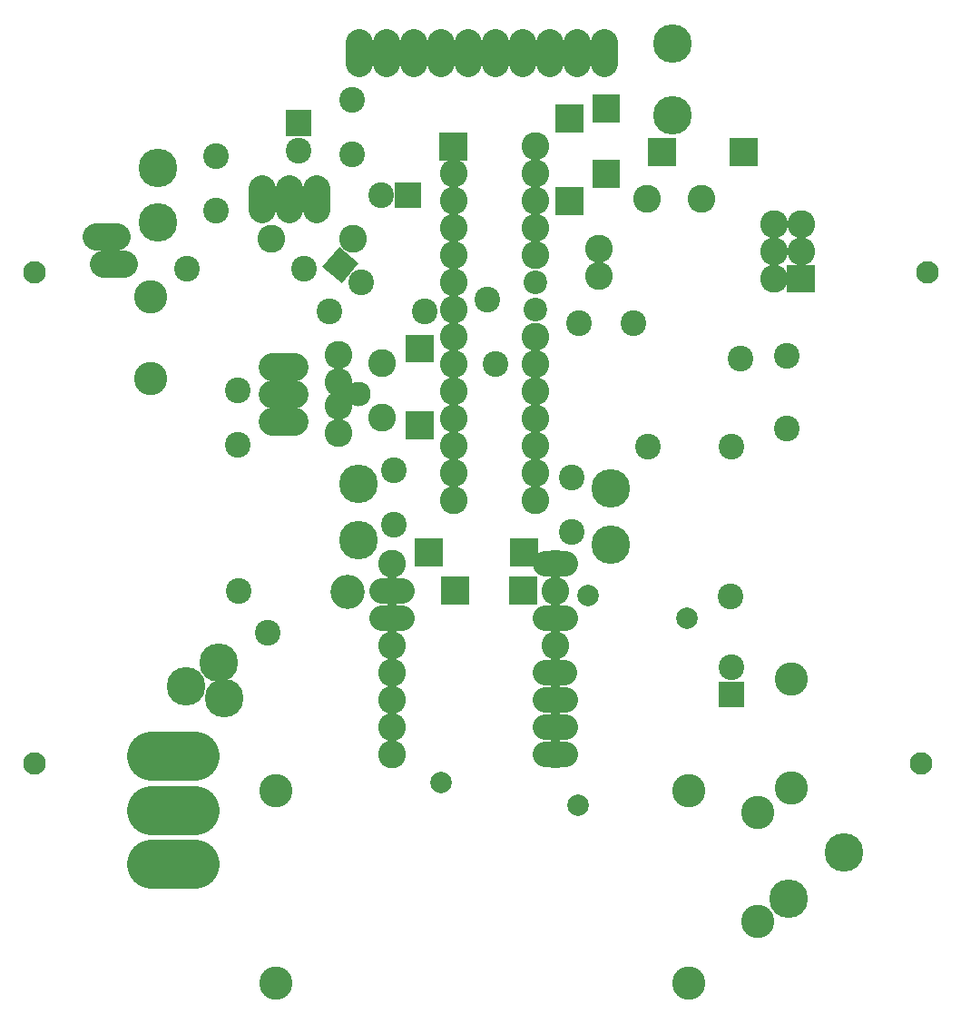
<source format=gbr>
%FSLAX34Y34*%
%MOMM*%
%LNSOLDERMASK_BOTTOM*%
G71*
G01*
%ADD10C, 2.60*%
%ADD11C, 2.20*%
%ADD12C, 2.50*%
%ADD13C, 2.60*%
%ADD14C, 3.10*%
%ADD15C, 3.60*%
%ADD16C, 4.60*%
%ADD17C, 4.60*%
%ADD18C, 2.60*%
%ADD19C, 3.60*%
%ADD20C, 3.60*%
%ADD21C, 2.50*%
%ADD22C, 2.60*%
%ADD23C, 2.10*%
%ADD24C, 2.30*%
%ADD25C, 2.50*%
%ADD26C, 2.60*%
%ADD27C, 2.40*%
%ADD28C, 3.20*%
%ADD29C, 3.10*%
%ADD30C, 2.40*%
%ADD31C, 3.60*%
%ADD32C, 2.40*%
%ADD33C, 2.00*%
%LPD*%
G36*
X-652000Y236881D02*
X-626000Y236881D01*
X-626000Y210881D01*
X-652000Y210881D01*
X-652000Y236881D01*
G37*
X-639000Y198481D02*
G54D10*
D03*
X-639000Y173081D02*
G54D10*
D03*
X-639000Y147681D02*
G54D10*
D03*
X-562800Y223881D02*
G54D10*
D03*
X-562800Y198481D02*
G54D10*
D03*
X-562800Y173081D02*
G54D10*
D03*
X-562800Y147681D02*
G54D10*
D03*
X-639000Y122281D02*
G54D10*
D03*
X-562800Y122281D02*
G54D10*
D03*
X-639000Y96881D02*
G54D10*
D03*
X-639000Y71481D02*
G54D10*
D03*
X-562800Y96881D02*
G54D11*
D03*
X-562800Y71481D02*
G54D11*
D03*
X-639000Y46081D02*
G54D10*
D03*
X-562800Y46081D02*
G54D10*
D03*
X-639000Y20681D02*
G54D10*
D03*
X-562800Y20681D02*
G54D10*
D03*
X-639000Y-4719D02*
G54D10*
D03*
X-562800Y-4719D02*
G54D10*
D03*
X-639000Y-30119D02*
G54D10*
D03*
X-639000Y-55519D02*
G54D10*
D03*
X-639000Y-80919D02*
G54D10*
D03*
X-639000Y-106319D02*
G54D10*
D03*
X-562800Y-30119D02*
G54D10*
D03*
X-562800Y-55519D02*
G54D10*
D03*
X-562800Y-80919D02*
G54D10*
D03*
X-562800Y-106319D02*
G54D10*
D03*
G36*
X-739575Y323253D02*
X-714575Y323253D01*
X-714575Y298253D01*
X-739575Y298253D01*
X-739575Y323253D01*
G37*
X-701675Y310753D02*
G54D12*
D03*
X-676275Y310753D02*
G54D12*
D03*
X-650875Y310753D02*
G54D12*
D03*
X-625475Y310753D02*
G54D12*
D03*
X-600075Y310753D02*
G54D12*
D03*
X-574675Y310753D02*
G54D12*
D03*
X-549275Y310753D02*
G54D12*
D03*
X-523875Y310753D02*
G54D12*
D03*
X-498475Y310753D02*
G54D12*
D03*
G36*
X-509491Y211481D02*
X-483491Y211481D01*
X-483491Y185481D01*
X-509491Y185481D01*
X-509491Y211481D01*
G37*
X-544030Y-342930D02*
G54D13*
D03*
X-544034Y-317530D02*
G54D13*
D03*
X-544034Y-292130D02*
G54D13*
D03*
X-544034Y-266730D02*
G54D13*
D03*
X-544034Y-241330D02*
G54D13*
D03*
X-544034Y-215930D02*
G54D13*
D03*
X-544034Y-190530D02*
G54D13*
D03*
X-544034Y-165130D02*
G54D13*
D03*
X-696425Y-342898D02*
G54D13*
D03*
X-696428Y-317499D02*
G54D13*
D03*
X-696428Y-292099D02*
G54D13*
D03*
X-696428Y-266699D02*
G54D13*
D03*
X-696428Y-241299D02*
G54D13*
D03*
X-696430Y-215900D02*
G54D13*
D03*
X-696428Y-190499D02*
G54D13*
D03*
X-696428Y-165099D02*
G54D13*
D03*
G36*
X-509491Y272160D02*
X-483491Y272160D01*
X-483491Y246160D01*
X-509491Y246160D01*
X-509491Y272160D01*
G37*
G36*
X-544019Y186081D02*
X-518019Y186081D01*
X-518019Y160081D01*
X-544019Y160081D01*
X-544019Y186081D01*
G37*
G36*
X-544019Y262634D02*
X-518019Y262634D01*
X-518019Y236634D01*
X-544019Y236634D01*
X-544019Y262634D01*
G37*
X-804822Y-377400D02*
G54D14*
D03*
X-419853Y-377400D02*
G54D14*
D03*
X-419922Y-556378D02*
G54D14*
D03*
X-804822Y-556378D02*
G54D14*
D03*
X-326266Y-477547D02*
G54D15*
D03*
X-274941Y-434481D02*
G54D15*
D03*
X-900509Y-345281D02*
G54D16*
D03*
X-900509Y-395288D02*
G54D16*
D03*
X-900508Y-445294D02*
G54D16*
D03*
G54D17*
X-920509Y-345281D02*
X-880509Y-345281D01*
G54D17*
X-920509Y-395288D02*
X-880509Y-395288D01*
G54D17*
X-920508Y-445294D02*
X-880508Y-445294D01*
X-340121Y125811D02*
G54D18*
D03*
X-314721Y125811D02*
G54D18*
D03*
G36*
X-301721Y113411D02*
X-301721Y87411D01*
X-327721Y87411D01*
X-327721Y113411D01*
X-301721Y113411D01*
G37*
X-340121Y100311D02*
G54D18*
D03*
X-340021Y151211D02*
G54D18*
D03*
X-314721Y151211D02*
G54D18*
D03*
X-492125Y-94853D02*
G54D19*
D03*
X-492522Y-147241D02*
G54D19*
D03*
X-727472Y-90884D02*
G54D19*
D03*
X-727869Y-143272D02*
G54D19*
D03*
X-915194Y152797D02*
G54D20*
D03*
X-915194Y203597D02*
G54D20*
D03*
X-797991Y-32708D02*
G54D18*
D03*
X-797991Y-7308D02*
G54D18*
D03*
X-797991Y18092D02*
G54D18*
D03*
X-766473Y174585D02*
G54D21*
D03*
X-791873Y174585D02*
G54D21*
D03*
X-817273Y174585D02*
G54D21*
D03*
X-962819Y139303D02*
G54D12*
D03*
X-962819Y113903D02*
G54D12*
D03*
X-503555Y128647D02*
G54D22*
D03*
X-503555Y103247D02*
G54D22*
D03*
X-458391Y174951D02*
G54D22*
D03*
X-407591Y174951D02*
G54D22*
D03*
G36*
X-431699Y231524D02*
X-431699Y205524D01*
X-457699Y205524D01*
X-457699Y231524D01*
X-431699Y231524D01*
G37*
G36*
X-355102Y231524D02*
X-355102Y205524D01*
X-381102Y205524D01*
X-381102Y231524D01*
X-355102Y231524D01*
G37*
X-1030288Y106362D02*
G54D23*
D03*
X-197247Y106362D02*
G54D23*
D03*
X-202803Y-351631D02*
G54D23*
D03*
X-1030288Y-351632D02*
G54D23*
D03*
X-705941Y21531D02*
G54D22*
D03*
X-705941Y-29469D02*
G54D22*
D03*
X-746125Y29765D02*
G54D22*
D03*
X-746125Y4365D02*
G54D22*
D03*
X-746125Y-18256D02*
G54D22*
D03*
X-746125Y-43656D02*
G54D22*
D03*
X-727472Y-6748D02*
G54D24*
D03*
G36*
X-657521Y48167D02*
X-657521Y22167D01*
X-683521Y22167D01*
X-683521Y48167D01*
X-657521Y48167D01*
G37*
G36*
X-657521Y-23270D02*
X-657521Y-49270D01*
X-683521Y-49270D01*
X-683521Y-23270D01*
X-657521Y-23270D01*
G37*
G54D25*
X-817273Y184085D02*
X-817273Y165085D01*
G54D25*
X-791873Y184085D02*
X-791873Y165085D01*
G54D25*
X-766473Y184085D02*
X-766473Y165085D01*
G54D26*
X-787991Y18092D02*
X-807991Y18092D01*
G54D26*
X-787991Y-7308D02*
X-807991Y-7308D01*
G54D26*
X-787991Y-32708D02*
X-807991Y-32708D01*
G54D25*
X-625475Y301253D02*
X-625475Y320253D01*
G54D25*
X-600075Y301253D02*
X-600075Y320253D01*
G54D25*
X-701675Y301253D02*
X-701675Y320253D01*
G54D25*
X-727075Y301253D02*
X-727075Y320253D01*
G54D25*
X-676275Y301253D02*
X-676275Y320253D01*
G54D25*
X-650875Y301253D02*
X-650875Y320253D01*
G54D25*
X-574675Y301253D02*
X-574675Y320253D01*
G54D25*
X-549275Y301253D02*
X-549275Y320253D01*
G54D25*
X-498475Y301253D02*
X-498475Y320253D01*
G54D25*
X-523875Y301253D02*
X-523875Y320253D01*
X-371078Y25797D02*
G54D27*
D03*
X-738188Y-191294D02*
G54D28*
D03*
G36*
X-586088Y-141737D02*
X-560088Y-141737D01*
X-560088Y-167737D01*
X-586088Y-167737D01*
X-586088Y-141737D01*
G37*
G36*
X-650381Y-177500D02*
X-624381Y-177500D01*
X-624381Y-203500D01*
X-650381Y-203500D01*
X-650381Y-177500D01*
G37*
G36*
X-586881Y-177500D02*
X-560881Y-177500D01*
X-560881Y-203500D01*
X-586881Y-203500D01*
X-586881Y-177500D01*
G37*
G36*
X-674988Y-141737D02*
X-648988Y-141737D01*
X-648988Y-167737D01*
X-674988Y-167737D01*
X-674988Y-141737D01*
G37*
X-783829Y220266D02*
G54D27*
D03*
G36*
X-795829Y233666D02*
X-795829Y257666D01*
X-771829Y257666D01*
X-771829Y233666D01*
X-795829Y233666D01*
G37*
X-706836Y178595D02*
G54D27*
D03*
G36*
X-693436Y190595D02*
X-669436Y190595D01*
X-669436Y166595D01*
X-693436Y166595D01*
X-693436Y190595D01*
G37*
X-354806Y-397272D02*
G54D29*
D03*
X-354806Y-498872D02*
G54D29*
D03*
X-379675Y-261683D02*
G54D30*
D03*
G36*
X-391675Y-299083D02*
X-391675Y-275083D01*
X-367675Y-275083D01*
X-367675Y-299083D01*
X-391675Y-299083D01*
G37*
X-323453Y-273050D02*
G54D29*
D03*
X-323453Y-374650D02*
G54D29*
D03*
X-809228Y137319D02*
G54D22*
D03*
X-733028Y137319D02*
G54D22*
D03*
X-858441Y-257572D02*
G54D31*
D03*
X-888206Y-279400D02*
G54D31*
D03*
G54D25*
X-953319Y139303D02*
X-972319Y139303D01*
G54D25*
X-946572Y113903D02*
X-965572Y113903D01*
G54D32*
X-553512Y-266700D02*
X-535512Y-266700D01*
G54D32*
X-553034Y-292130D02*
X-535034Y-292130D01*
G54D32*
X-553034Y-317530D02*
X-535034Y-317530D01*
G54D32*
X-553030Y-342930D02*
X-535030Y-342930D01*
G54D32*
X-553034Y-215930D02*
X-535034Y-215930D01*
G54D32*
X-553034Y-165130D02*
X-535034Y-165130D01*
G54D32*
X-705430Y-215900D02*
X-687430Y-215900D01*
G54D32*
X-705428Y-190499D02*
X-687428Y-190499D01*
X-840581Y-3968D02*
G54D27*
D03*
X-840581Y-54768D02*
G54D27*
D03*
X-471090Y58738D02*
G54D27*
D03*
X-521890Y58738D02*
G54D27*
D03*
X-733822Y216297D02*
G54D27*
D03*
X-733822Y267097D02*
G54D27*
D03*
X-327818Y28576D02*
G54D27*
D03*
X-327818Y-39247D02*
G54D27*
D03*
X-379413Y-56312D02*
G54D27*
D03*
X-457597Y-55916D02*
G54D27*
D03*
X-380604Y-195616D02*
G54D27*
D03*
X-860822Y164306D02*
G54D27*
D03*
X-860822Y215106D02*
G54D27*
D03*
X-754658Y70092D02*
G54D27*
D03*
X-888008Y109780D02*
G54D27*
D03*
X-778471Y109779D02*
G54D27*
D03*
X-666155Y70092D02*
G54D27*
D03*
X-607616Y81006D02*
G54D27*
D03*
X-600075Y21078D02*
G54D27*
D03*
X-812403Y-229791D02*
G54D27*
D03*
X-650478Y-369491D02*
G54D33*
D03*
X-522684Y-390922D02*
G54D33*
D03*
X-853281Y-290909D02*
G54D31*
D03*
X-724873Y96918D02*
G54D30*
D03*
G36*
X-745810Y130151D02*
X-727425Y114724D01*
X-742852Y96339D01*
X-761237Y111766D01*
X-745810Y130151D01*
G37*
X-528637Y-135731D02*
G54D27*
D03*
X-528637Y-84931D02*
G54D27*
D03*
X-694531Y-128984D02*
G54D27*
D03*
X-694531Y-78184D02*
G54D27*
D03*
X-839788Y-190897D02*
G54D27*
D03*
X-421481Y-215900D02*
G54D33*
D03*
X-513556Y-195218D02*
G54D33*
D03*
X-921471Y7103D02*
G54D29*
D03*
X-921471Y83303D02*
G54D29*
D03*
X-434344Y253044D02*
G54D15*
D03*
X-434344Y320044D02*
G54D15*
D03*
M02*

</source>
